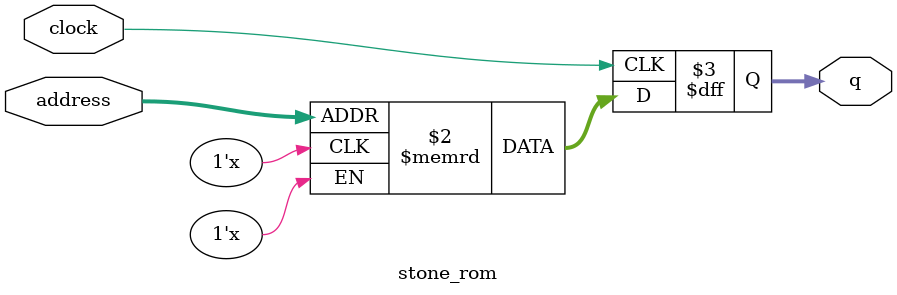
<source format=sv>
module stone_rom (
	input logic clock,
	input logic [9:0] address,
	output logic [7:0] q
);

logic [7:0] memory [0:1023] /* synthesis ram_init_file = "./stone/stone.mif" */;

always_ff @ (posedge clock) begin
	q <= memory[address];
end

endmodule

</source>
